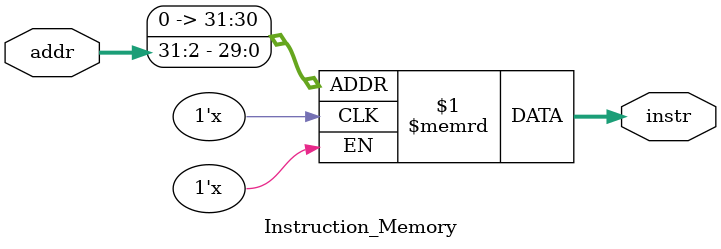
<source format=v>
module Instruction_Memory(addr,instr);

input   [31:0]		addr;
output  [31:0]		instr;

reg     [31:0]		memory[0:255];

assign  instr=memory[addr>>2];

endmodule

</source>
